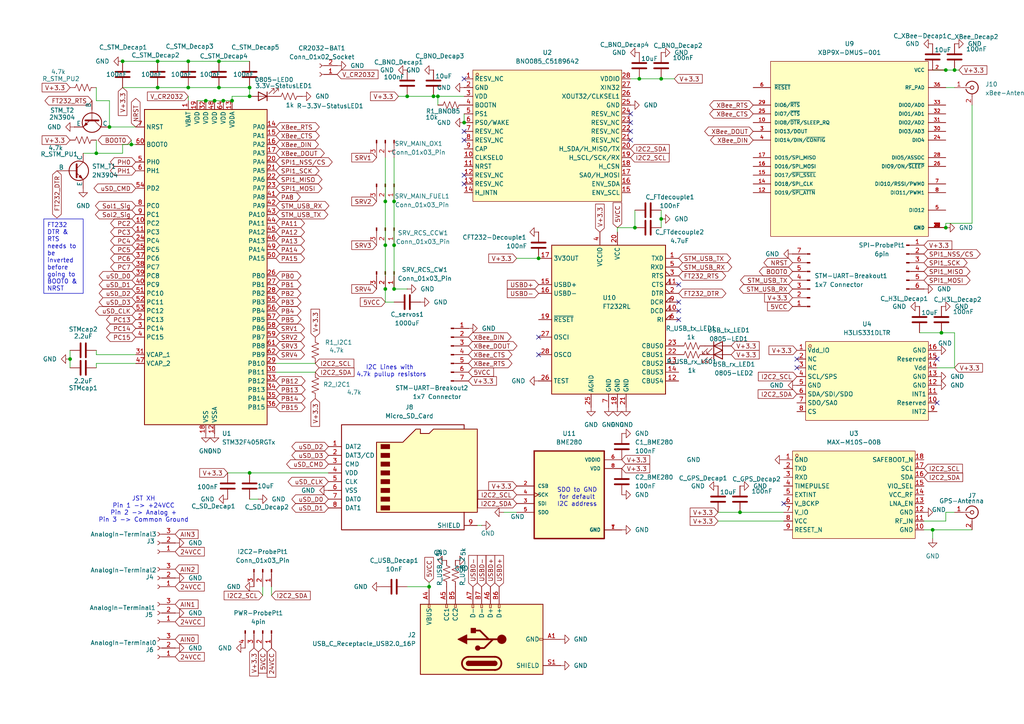
<source format=kicad_sch>
(kicad_sch (version 20250114) (generator "eeschema") (generator_version "9.0")
  (paper "A4")
  (text "I2C Lines with \n4.7k pullup resistors" (at 113.538 107.696 0) (effects (font (size 1.27 1.27))))
  (text "JST XH\nPin 1 -> +24VCC\nPin 2 -> Analog +\nPin 3 -> Common Ground" (at 41.656 147.828 0) (effects (font (size 1.27 1.27))))
  (text "SDO to GND\nfor default\nI2C address" (at 167.386 144.272 0) (effects (font (size 1.27 1.27))))
  (text_box "FT232 DTR & RTS needs to be inverted before going to BOOT0 & NRST" (at 12.7 63.5 0) (size 11.43 21.59) (margins 0.9525 0.9525 0.9525 0.9525) (effects (font (size 1.27 1.27)) (justify left top)))
  (junction (at 127 27.94))
  (junction (at 214.63 148.59))
  (junction (at 63.5 25.4))
  (junction (at 114.3 58.42))
  (junction (at 59.69 29.21))
  (junction (at 72.39 25.4))
  (junction (at 72.39 27.94))
  (junction (at 64.77 29.21))
  (junction (at 67.31 29.21))
  (junction (at 156.21 74.93))
  (junction (at 274.32 20.32))
  (junction (at 111.76 83.82))
  (junction (at 184.15 66.04))
  (junction (at 114.3 71.12))
  (junction (at 54.61 17.78))
  (junction (at 63.5 17.78))
  (junction (at 270.51 153.67))
  (junction (at 72.39 137.16))
  (junction (at 134.62 35.56))
  (junction (at 118.11 27.94))
  (junction (at 62.23 29.21))
  (junction (at 185.42 22.86))
  (junction (at 111.76 58.42))
  (junction (at 31.75 36.83))
  (junction (at 191.77 63.5))
  (junction (at 191.77 22.86))
  (junction (at 45.72 17.78))
  (junction (at 27.94 44.45))
  (junction (at 38.1 41.91))
  (junction (at 111.76 71.12))
  (junction (at 124.46 170.18))
  (junction (at 20.32 104.14))
  (junction (at 273.05 96.52))
  (junction (at 54.61 25.4))
  (junction (at 274.32 66.04))
  (junction (at 35.56 17.78))
  (junction (at 125.73 27.94))
  (junction (at 276.86 20.32))
  (junction (at 45.72 25.4))
  (junction (at 114.3 83.82))
  (no_connect (at 196.85 92.71))
  (no_connect (at 156.21 97.79))
  (no_connect (at 134.62 50.8))
  (no_connect (at 182.88 40.64))
  (no_connect (at 271.78 104.14))
  (no_connect (at 134.62 40.64))
  (no_connect (at 182.88 38.1))
  (no_connect (at 134.62 53.34))
  (no_connect (at 182.88 33.02))
  (no_connect (at 182.88 35.56))
  (no_connect (at 231.14 104.14))
  (no_connect (at 196.85 82.55))
  (no_connect (at 134.62 22.86))
  (no_connect (at 271.78 116.84))
  (no_connect (at 134.62 38.1))
  (no_connect (at 227.33 146.05))
  (no_connect (at 196.85 87.63))
  (no_connect (at 196.85 90.17))
  (no_connect (at 156.21 102.87))
  (no_connect (at 231.14 106.68))
  (wire (pts (xy 91.44 105.41) (xy 80.01 105.41)))
  (wire (pts (xy 127 27.94) (xy 127 30.48)))
  (wire (pts (xy 134.62 33.02) (xy 134.62 35.56)))
  (wire (pts (xy 35.56 17.78) (xy 45.72 17.78)))
  (wire (pts (xy 45.72 25.4) (xy 54.61 25.4)))
  (wire (pts (xy 57.15 29.21) (xy 59.69 29.21)))
  (wire (pts (xy 138.43 152.4) (xy 139.7 152.4)))
  (wire (pts (xy 266.7 96.52) (xy 273.05 96.52)))
  (wire (pts (xy 24.13 44.45) (xy 27.94 44.45)))
  (wire (pts (xy 39.37 102.87) (xy 27.94 102.87)))
  (wire (pts (xy 27.94 40.64) (xy 27.94 44.45)))
  (wire (pts (xy 38.1 41.91) (xy 39.37 41.91)))
  (wire (pts (xy 179.07 66.04) (xy 179.07 67.31)))
  (wire (pts (xy 118.11 170.18) (xy 124.46 170.18)))
  (wire (pts (xy 27.94 105.41) (xy 39.37 105.41)))
  (wire (pts (xy 115.57 27.94) (xy 118.11 27.94)))
  (wire (pts (xy 185.42 22.86) (xy 191.77 22.86)))
  (wire (pts (xy 208.28 151.13) (xy 227.33 151.13)))
  (wire (pts (xy 274.32 25.4) (xy 276.86 25.4)))
  (wire (pts (xy 114.3 58.42) (xy 114.3 71.12)))
  (wire (pts (xy 149.86 74.93) (xy 156.21 74.93)))
  (wire (pts (xy 54.61 17.78) (xy 63.5 17.78)))
  (wire (pts (xy 114.3 45.72) (xy 114.3 58.42)))
  (wire (pts (xy 114.3 87.63) (xy 111.76 87.63)))
  (wire (pts (xy 276.86 96.52) (xy 276.86 106.68)))
  (wire (pts (xy 35.56 41.91) (xy 38.1 41.91)))
  (wire (pts (xy 281.94 64.77) (xy 274.32 64.77)))
  (wire (pts (xy 59.69 29.21) (xy 62.23 29.21)))
  (wire (pts (xy 274.32 148.59) (xy 274.32 151.13)))
  (wire (pts (xy 27.94 101.6) (xy 27.94 102.87)))
  (wire (pts (xy 20.32 101.6) (xy 20.32 104.14)))
  (wire (pts (xy 111.76 71.12) (xy 111.76 83.82)))
  (wire (pts (xy 62.23 29.21) (xy 64.77 29.21)))
  (wire (pts (xy 118.11 27.94) (xy 125.73 27.94)))
  (wire (pts (xy 35.56 25.4) (xy 45.72 25.4)))
  (wire (pts (xy 191.77 63.5) (xy 191.77 66.04)))
  (wire (pts (xy 184.15 66.04) (xy 179.07 66.04)))
  (wire (pts (xy 274.32 151.13) (xy 267.97 151.13)))
  (wire (pts (xy 64.77 29.21) (xy 67.31 29.21)))
  (wire (pts (xy 273.05 96.52) (xy 276.86 96.52)))
  (wire (pts (xy 66.04 137.16) (xy 72.39 137.16)))
  (wire (pts (xy 72.39 27.94) (xy 67.31 27.94)))
  (wire (pts (xy 45.72 17.78) (xy 54.61 17.78)))
  (wire (pts (xy 35.56 44.45) (xy 35.56 41.91)))
  (wire (pts (xy 278.13 20.32) (xy 276.86 20.32)))
  (wire (pts (xy 38.1 40.64) (xy 38.1 41.91)))
  (wire (pts (xy 76.2 170.18) (xy 76.2 172.72)))
  (wire (pts (xy 72.39 137.16) (xy 95.25 137.16)))
  (wire (pts (xy 127 27.94) (xy 134.62 27.94)))
  (wire (pts (xy 27.94 44.45) (xy 35.56 44.45)))
  (wire (pts (xy 63.5 17.78) (xy 72.39 17.78)))
  (wire (pts (xy 191.77 60.96) (xy 191.77 63.5)))
  (wire (pts (xy 111.76 45.72) (xy 111.76 58.42)))
  (wire (pts (xy 146.05 148.59) (xy 149.86 148.59)))
  (wire (pts (xy 27.94 29.21) (xy 31.75 29.21)))
  (wire (pts (xy 31.75 29.21) (xy 31.75 36.83)))
  (wire (pts (xy 184.15 60.96) (xy 184.15 66.04)))
  (wire (pts (xy 125.73 27.94) (xy 127 27.94)))
  (wire (pts (xy 182.88 22.86) (xy 185.42 22.86)))
  (wire (pts (xy 78.74 170.18) (xy 78.74 172.72)))
  (wire (pts (xy 54.61 27.94) (xy 54.61 29.21)))
  (wire (pts (xy 111.76 58.42) (xy 111.76 71.12)))
  (wire (pts (xy 72.39 144.78) (xy 74.93 144.78)))
  (wire (pts (xy 114.3 71.12) (xy 114.3 83.82)))
  (wire (pts (xy 274.32 64.77) (xy 274.32 66.04)))
  (wire (pts (xy 111.76 87.63) (xy 111.76 83.82)))
  (wire (pts (xy 72.39 25.4) (xy 72.39 27.94)))
  (wire (pts (xy 276.86 106.68) (xy 271.78 106.68)))
  (wire (pts (xy 67.31 27.94) (xy 67.31 29.21)))
  (wire (pts (xy 270.51 153.67) (xy 270.51 156.21)))
  (wire (pts (xy 91.44 107.95) (xy 80.01 107.95)))
  (wire (pts (xy 39.37 36.83) (xy 31.75 36.83)))
  (wire (pts (xy 270.51 20.32) (xy 274.32 20.32)))
  (wire (pts (xy 27.94 105.41) (xy 27.94 106.68)))
  (wire (pts (xy 27.94 25.4) (xy 27.94 29.21)))
  (wire (pts (xy 118.11 83.82) (xy 114.3 83.82)))
  (wire (pts (xy 267.97 153.67) (xy 270.51 153.67)))
  (wire (pts (xy 20.32 104.14) (xy 20.32 106.68)))
  (wire (pts (xy 214.63 148.59) (xy 227.33 148.59)))
  (wire (pts (xy 63.5 25.4) (xy 72.39 25.4)))
  (wire (pts (xy 276.86 20.32) (xy 274.32 20.32)))
  (wire (pts (xy 54.61 25.4) (xy 63.5 25.4)))
  (wire (pts (xy 274.32 148.59) (xy 276.86 148.59)))
  (wire (pts (xy 124.46 168.91) (xy 124.46 170.18)))
  (wire (pts (xy 281.94 30.48) (xy 281.94 64.77)))
  (wire (pts (xy 195.58 22.86) (xy 191.77 22.86)))
  (wire (pts (xy 208.28 148.59) (xy 214.63 148.59)))
  (wire (pts (xy 270.51 153.67) (xy 281.94 153.67)))
  (global_label "BOOT0" (shape bidirectional) (at 38.1 40.64 180) (property "Intersheetrefs" "${INTERSHEET_REFS}" (effects (hide yes))))
  (global_label "5VCC" (shape input) (at 229.87 88.9 180) (property "Intersheetrefs" "${INTERSHEET_REFS}" (effects (hide yes))))
  (global_label "PC2" (shape bidirectional) (at 39.37 64.77 180) (property "Intersheetrefs" "${INTERSHEET_REFS}" (effects (hide yes))))
  (global_label "V+3.3" (shape input) (at 20.32 40.64 180) (property "Intersheetrefs" "${INTERSHEET_REFS}" (effects (hide yes))))
  (global_label "XBee_RTS" (shape bidirectional) (at 80.01 36.83 0) (property "Intersheetrefs" "${INTERSHEET_REFS}" (effects (hide yes))))
  (global_label "AIN1" (shape input) (at 50.8 175.26 0) (property "Intersheetrefs" "${INTERSHEET_REFS}" (effects (hide yes))))
  (global_label "I2C2_SCL" (shape input) (at 91.44 105.41 0) (property "Intersheetrefs" "${INTERSHEET_REFS}" (effects (hide yes))))
  (global_label "PC4" (shape bidirectional) (at 39.37 69.85 180) (property "Intersheetrefs" "${INTERSHEET_REFS}" (effects (hide yes))))
  (global_label "SRV4" (shape bidirectional) (at 80.01 102.87 0) (property "Intersheetrefs" "${INTERSHEET_REFS}" (effects (hide yes))))
  (global_label "uSD_D2" (shape bidirectional) (at 39.37 85.09 180) (property "Intersheetrefs" "${INTERSHEET_REFS}" (effects (hide yes))))
  (global_label "PA13" (shape bidirectional) (at 80.01 69.85 0) (property "Intersheetrefs" "${INTERSHEET_REFS}" (effects (hide yes))))
  (global_label "FT232_DTR" (shape bidirectional) (at 196.85 85.09 0) (property "Intersheetrefs" "${INTERSHEET_REFS}" (effects (hide yes))))
  (global_label "XBee_DOUT" (shape bidirectional) (at 135.89 100.33 0) (property "Intersheetrefs" "${INTERSHEET_REFS}" (effects (hide yes))))
  (global_label "USBD+" (shape input) (at 142.24 170.18 90) (property "Intersheetrefs" "${INTERSHEET_REFS}" (effects (hide yes))))
  (global_label "PC5" (shape bidirectional) (at 39.37 72.39 180) (property "Intersheetrefs" "${INTERSHEET_REFS}" (effects (hide yes))))
  (global_label "V+3.3" (shape input) (at 267.97 71.12 0) (property "Intersheetrefs" "${INTERSHEET_REFS}" (effects (hide yes))))
  (global_label "V+3.3" (shape input) (at 91.44 97.79 90) (property "Intersheetrefs" "${INTERSHEET_REFS}" (effects (hide yes))))
  (global_label "STM_USB_TX" (shape bidirectional) (at 80.01 62.23 0) (property "Intersheetrefs" "${INTERSHEET_REFS}" (effects (hide yes))))
  (global_label "uSD_CLK" (shape bidirectional) (at 95.25 139.7 180) (property "Intersheetrefs" "${INTERSHEET_REFS}" (effects (hide yes))))
  (global_label "V+3.3" (shape input) (at 180.34 133.35 0) (property "Intersheetrefs" "${INTERSHEET_REFS}" (effects (hide yes))))
  (global_label "STM_USB_RX" (shape bidirectional) (at 80.01 59.69 0) (property "Intersheetrefs" "${INTERSHEET_REFS}" (effects (hide yes))))
  (global_label "PB3" (shape bidirectional) (at 80.01 87.63 0) (property "Intersheetrefs" "${INTERSHEET_REFS}" (effects (hide yes))))
  (global_label "V+3.3" (shape input) (at 73.66 187.96 270) (property "Intersheetrefs" "${INTERSHEET_REFS}" (effects (hide yes))))
  (global_label "NRST" (shape bidirectional) (at 229.87 76.2 180) (property "Intersheetrefs" "${INTERSHEET_REFS}" (effects (hide yes))))
  (global_label "uSD_CMD" (shape bidirectional) (at 39.37 54.61 180) (property "Intersheetrefs" "${INTERSHEET_REFS}" (effects (hide yes))))
  (global_label "V+3.3" (shape input) (at 35.56 25.4 270) (property "Intersheetrefs" "${INTERSHEET_REFS}" (effects (hide yes))))
  (global_label "PB0" (shape bidirectional) (at 80.01 80.01 0) (property "Intersheetrefs" "${INTERSHEET_REFS}" (effects (hide yes))))
  (global_label "SRV2" (shape input) (at 109.22 58.42 180) (property "Intersheetrefs" "${INTERSHEET_REFS}" (effects (hide yes))))
  (global_label "24VCC" (shape input) (at 50.8 190.5 0) (property "Intersheetrefs" "${INTERSHEET_REFS}" (effects (hide yes))))
  (global_label "V+3.3" (shape input) (at 115.57 27.94 180) (property "Intersheetrefs" "${INTERSHEET_REFS}" (effects (hide yes))))
  (global_label "PC7" (shape bidirectional) (at 39.37 77.47 180) (property "Intersheetrefs" "${INTERSHEET_REFS}" (effects (hide yes))))
  (global_label "SPI1_SCK" (shape bidirectional) (at 267.97 76.2 0) (property "Intersheetrefs" "${INTERSHEET_REFS}" (effects (hide yes))))
  (global_label "PC6" (shape bidirectional) (at 39.37 74.93 180) (property "Intersheetrefs" "${INTERSHEET_REFS}" (effects (hide yes))))
  (global_label "5VCC" (shape input) (at 124.46 168.91 90) (property "Intersheetrefs" "${INTERSHEET_REFS}" (effects (hide yes))))
  (global_label "PB5" (shape bidirectional) (at 80.01 92.71 0) (property "Intersheetrefs" "${INTERSHEET_REFS}" (effects (hide yes))))
  (global_label "USBD-" (shape input) (at 137.16 170.18 90) (property "Intersheetrefs" "${INTERSHEET_REFS}" (effects (hide yes))))
  (global_label "V+3.3" (shape input) (at 135.89 110.49 0) (property "Intersheetrefs" "${INTERSHEET_REFS}" (effects (hide yes))))
  (global_label "SPI1_NSS{slash}CS" (shape bidirectional) (at 267.97 73.66 0) (property "Intersheetrefs" "${INTERSHEET_REFS}" (effects (hide yes))))
  (global_label "V+3.3" (shape input) (at 208.28 151.13 180) (property "Intersheetrefs" "${INTERSHEET_REFS}" (effects (hide yes))))
  (global_label "V+3.3" (shape input) (at 212.09 102.87 0) (property "Intersheetrefs" "${INTERSHEET_REFS}" (effects (hide yes))))
  (global_label "STM_USB_RX" (shape bidirectional) (at 196.85 77.47 0) (property "Intersheetrefs" "${INTERSHEET_REFS}" (effects (hide yes))))
  (global_label "PB4" (shape bidirectional) (at 80.01 90.17 0) (property "Intersheetrefs" "${INTERSHEET_REFS}" (effects (hide yes))))
  (global_label "24VCC" (shape input) (at 50.8 160.02 0) (property "Intersheetrefs" "${INTERSHEET_REFS}" (effects (hide yes))))
  (global_label "I2C2_SDA" (shape input) (at 78.74 172.72 0) (property "Intersheetrefs" "${INTERSHEET_REFS}" (effects (hide yes))))
  (global_label "SRV1" (shape input) (at 109.22 45.72 180) (property "Intersheetrefs" "${INTERSHEET_REFS}" (effects (hide yes))))
  (global_label "V+3.3" (shape input) (at 173.99 67.31 90) (property "Intersheetrefs" "${INTERSHEET_REFS}" (effects (hide yes))))
  (global_label "uSD_D0" (shape bidirectional) (at 39.37 80.01 180) (property "Intersheetrefs" "${INTERSHEET_REFS}" (effects (hide yes))))
  (global_label "uSD_CLK" (shape bidirectional) (at 39.37 90.17 180) (property "Intersheetrefs" "${INTERSHEET_REFS}" (effects (hide yes))))
  (global_label "V+3.3" (shape input) (at 149.86 74.93 180) (property "Intersheetrefs" "${INTERSHEET_REFS}" (effects (hide yes))))
  (global_label "24VCC" (shape input) (at 50.8 170.18 0) (property "Intersheetrefs" "${INTERSHEET_REFS}" (effects (hide yes))))
  (global_label "V+3.3" (shape input) (at 276.86 106.68 0) (property "Intersheetrefs" "${INTERSHEET_REFS}" (effects (hide yes))))
  (global_label "I2C2_SCL" (shape input) (at 76.2 172.72 180) (property "Intersheetrefs" "${INTERSHEET_REFS}" (effects (hide yes))))
  (global_label "SRV3" (shape bidirectional) (at 80.01 100.33 0) (property "Intersheetrefs" "${INTERSHEET_REFS}" (effects (hide yes))))
  (global_label "PH0" (shape bidirectional) (at 39.37 46.99 180) (property "Intersheetrefs" "${INTERSHEET_REFS}" (effects (hide yes))))
  (global_label "uSD_D2" (shape bidirectional) (at 95.25 129.54 180) (property "Intersheetrefs" "${INTERSHEET_REFS}" (effects (hide yes))))
  (global_label "I2C2_SCL" (shape input) (at 231.14 109.22 180) (property "Intersheetrefs" "${INTERSHEET_REFS}" (effects (hide yes))))
  (global_label "I2C2_SCL" (shape input) (at 182.88 45.72 0) (property "Intersheetrefs" "${INTERSHEET_REFS}" (effects (hide yes))))
  (global_label "SRV1" (shape bidirectional) (at 80.01 95.25 0) (property "Intersheetrefs" "${INTERSHEET_REFS}" (effects (hide yes))))
  (global_label "I2C2_SCL" (shape input) (at 267.97 135.89 0) (property "Intersheetrefs" "${INTERSHEET_REFS}" (effects (hide yes))))
  (global_label "FT232_RTS" (shape bidirectional) (at 196.85 80.01 0) (property "Intersheetrefs" "${INTERSHEET_REFS}" (effects (hide yes))))
  (global_label "PA15" (shape bidirectional) (at 80.01 74.93 0) (property "Intersheetrefs" "${INTERSHEET_REFS}" (effects (hide yes))))
  (global_label "XBee_RTS" (shape bidirectional) (at 135.89 105.41 0) (property "Intersheetrefs" "${INTERSHEET_REFS}" (effects (hide yes))))
  (global_label "STM_USB_TX" (shape bidirectional) (at 229.87 81.28 180) (property "Intersheetrefs" "${INTERSHEET_REFS}" (effects (hide yes))))
  (global_label "STM_USB_RX" (shape bidirectional) (at 229.87 83.82 180) (property "Intersheetrefs" "${INTERSHEET_REFS}" (effects (hide yes))))
  (global_label "Sol1_Sig" (shape bidirectional) (at 39.37 59.69 180) (property "Intersheetrefs" "${INTERSHEET_REFS}" (effects (hide yes))))
  (global_label "V+3.3" (shape input) (at 180.34 135.89 0) (property "Intersheetrefs" "${INTERSHEET_REFS}" (effects (hide yes))))
  (global_label "I2C2_SCL" (shape input) (at 149.86 143.51 180) (property "Intersheetrefs" "${INTERSHEET_REFS}" (effects (hide yes))))
  (global_label "PB15" (shape bidirectional) (at 80.01 118.11 0) (property "Intersheetrefs" "${INTERSHEET_REFS}" (effects (hide yes))))
  (global_label "XBee_CTS" (shape bidirectional) (at 135.89 102.87 0) (property "Intersheetrefs" "${INTERSHEET_REFS}" (effects (hide yes))))
  (global_label "I2C2_SDA" (shape input) (at 267.97 138.43 0) (property "Intersheetrefs" "${INTERSHEET_REFS}" (effects (hide yes))))
  (global_label "V+3.3" (shape input) (at 231.14 101.6 180) (property "Intersheetrefs" "${INTERSHEET_REFS}" (effects (hide yes))))
  (global_label "XBee_CTS" (shape bidirectional) (at 218.44 33.02 180) (property "Intersheetrefs" "${INTERSHEET_REFS}" (effects (hide yes))))
  (global_label "5VCC" (shape input) (at 76.2 187.96 270) (property "Intersheetrefs" "${INTERSHEET_REFS}" (effects (hide yes))))
  (global_label "V+3.3" (shape input) (at 195.58 22.86 0) (property "Intersheetrefs" "${INTERSHEET_REFS}" (effects (hide yes))))
  (global_label "USBD+" (shape input) (at 144.78 170.18 90) (property "Intersheetrefs" "${INTERSHEET_REFS}" (effects (hide yes))))
  (global_label "AIN3" (shape input) (at 50.8 154.94 0) (property "Intersheetrefs" "${INTERSHEET_REFS}" (effects (hide yes))))
  (global_label "V+3.3" (shape input) (at 91.44 115.57 270) (property "Intersheetrefs" "${INTERSHEET_REFS}" (effects (hide yes))))
  (global_label "PB12" (shape bidirectional) (at 80.01 110.49 0) (property "Intersheetrefs" "${INTERSHEET_REFS}" (effects (hide yes))))
  (global_label "V+3.3" (shape input) (at 208.28 148.59 180) (property "Intersheetrefs" "${INTERSHEET_REFS}" (effects (hide yes))))
  (global_label "PB2" (shape bidirectional) (at 80.01 85.09 0) (property "Intersheetrefs" "${INTERSHEET_REFS}" (effects (hide yes))))
  (global_label "SPI1_MISO" (shape bidirectional) (at 80.01 52.07 0) (property "Intersheetrefs" "${INTERSHEET_REFS}" (effects (hide yes))))
  (global_label "XBee_DOUT" (shape bidirectional) (at 80.01 44.45 0) (property "Intersheetrefs" "${INTERSHEET_REFS}" (effects (hide yes))))
  (global_label "24VCC" (shape input) (at 50.8 180.34 0) (property "Intersheetrefs" "${INTERSHEET_REFS}" (effects (hide yes))))
  (global_label "I2C2_SDA" (shape input) (at 231.14 114.3 180) (property "Intersheetrefs" "${INTERSHEET_REFS}" (effects (hide yes))))
  (global_label "PB1" (shape bidirectional) (at 80.01 82.55 0) (property "Intersheetrefs" "${INTERSHEET_REFS}" (effects (hide yes))))
  (global_label "PA11" (shape bidirectional) (at 80.01 64.77 0) (property "Intersheetrefs" "${INTERSHEET_REFS}" (effects (hide yes))))
  (global_label "V+3.3" (shape input) (at 66.04 137.16 180) (property "Intersheetrefs" "${INTERSHEET_REFS}" (effects (hide yes))))
  (global_label "V_CR2032" (shape input) (at 54.61 27.94 180) (property "Intersheetrefs" "${INTERSHEET_REFS}" (effects (hide yes))))
  (global_label "uSD_D1" (shape bidirectional) (at 39.37 82.55 180) (property "Intersheetrefs" "${INTERSHEET_REFS}" (effects (hide yes))))
  (global_label "SPI1_MOSI" (shape bidirectional) (at 267.97 81.28 0) (property "Intersheetrefs" "${INTERSHEET_REFS}" (effects (hide yes))))
  (global_label "NRST" (shape bidirectional) (at 39.37 36.83 90) (property "Intersheetrefs" "${INTERSHEET_REFS}" (effects (hide yes))))
  (global_label "XBee_DIN" (shape bidirectional) (at 218.44 40.64 180) (property "Intersheetrefs" "${INTERSHEET_REFS}" (effects (hide yes))))
  (global_label "PA14" (shape bidirectional) (at 80.01 72.39 0) (property "Intersheetrefs" "${INTERSHEET_REFS}" (effects (hide yes))))
  (global_label "STM_USB_TX" (shape bidirectional) (at 196.85 74.93 0) (property "Intersheetrefs" "${INTERSHEET_REFS}" (effects (hide yes))))
  (global_label "uSD_CMD" (shape bidirectional) (at 95.25 134.62 180) (property "Intersheetrefs" "${INTERSHEET_REFS}" (effects (hide yes))))
  (global_label "I2C2_SDA" (shape input) (at 182.88 43.18 0) (property "Intersheetrefs" "${INTERSHEET_REFS}" (effects (hide yes))))
  (global_label "SPI1_MISO" (shape bidirectional) (at 267.97 78.74 0) (property "Intersheetrefs" "${INTERSHEET_REFS}" (effects (hide yes))))
  (global_label "SPI1_SCK" (shape bidirectional) (at 80.01 49.53 0) (property "Intersheetrefs" "${INTERSHEET_REFS}" (effects (hide yes))))
  (global_label "V_CR2032" (shape input) (at 97.79 21.59 0) (property "Intersheetrefs" "${INTERSHEET_REFS}" (effects (hide yes))))
  (global_label "BOOT0" (shape bidirectional) (at 229.87 78.74 180) (property "Intersheetrefs" "${INTERSHEET_REFS}" (effects (hide yes))))
  (global_label "5VCC" (shape input) (at 179.07 66.04 90) (property "Intersheetrefs" "${INTERSHEET_REFS}" (effects (hide yes))))
  (global_label "SPI1_MOSI" (shape bidirectional) (at 80.01 54.61 0) (property "Intersheetrefs" "${INTERSHEET_REFS}" (effects (hide yes))))
  (global_label "PC15" (shape bidirectional) (at 39.37 97.79 180) (property "Intersheetrefs" "${INTERSHEET_REFS}" (effects (hide yes))))
  (global_label "AIN0" (shape input) (at 50.8 185.42 0) (property "Intersheetrefs" "${INTERSHEET_REFS}" (effects (hide yes))))
  (global_label "FT232_DTR" (shape bidirectional) (at 16.51 49.53 270) (property "Intersheetrefs" "${INTERSHEET_REFS}" (effects (hide yes))))
  (global_label "V+3.3" (shape input) (at 149.86 140.97 180) (property "Intersheetrefs" "${INTERSHEET_REFS}" (effects (hide yes))))
  (global_label "I2C2_SDA" (shape input) (at 149.86 146.05 180) (property "Intersheetrefs" "${INTERSHEET_REFS}" (effects (hide yes))))
  (global_label "PB13" (shape bidirectional) (at 80.01 113.03 0) (property "Intersheetrefs" "${INTERSHEET_REFS}" (effects (hide yes))))
  (global_label "V+3.3" (shape input) (at 229.87 86.36 180) (property "Intersheetrefs" "${INTERSHEET_REFS}" (effects (hide yes))))
  (global_label "uSD_D3" (shape bidirectional) (at 39.37 87.63 180) (property "Intersheetrefs" "${INTERSHEET_REFS}" (effects (hide yes))))
  (global_label "USBD-" (shape input) (at 156.21 85.09 180) (property "Intersheetrefs" "${INTERSHEET_REFS}" (effects (hide yes))))
  (global_label "USBD+" (shape input) (at 156.21 82.55 180) (property "Intersheetrefs" "${INTERSHEET_REFS}" (effects (hide yes))))
  (global_label "5VCC" (shape input) (at 135.89 107.95 0) (property "Intersheetrefs" "${INTERSHEET_REFS}" (effects (hide yes))))
  (global_label "FT232_RTS" (shape bidirectional) (at 26.67 29.21 180) (property "Intersheetrefs" "${INTERSHEET_REFS}" (effects (hide yes))))
  (global_label "V+3.3" (shape input) (at 20.32 25.4 180) (property "Intersheetrefs" "${INTERSHEET_REFS}" (effects (hide yes))))
  (global_label "PC13" (shape bidirectional) (at 39.37 92.71 180) (property "Intersheetrefs" "${INTERSHEET_REFS}" (effects (hide yes))))
  (global_label "V+3.3" (shape input) (at 212.09 100.33 0) (property "Intersheetrefs" "${INTERSHEET_REFS}" (effects (hide yes))))
  (global_label "5VCC" (shape input) (at 111.76 87.63 180) (property "Intersheetrefs" "${INTERSHEET_REFS}" (effects (hide yes))))
  (global_label "24VCC" (shape input) (at 78.74 187.96 270) (property "Intersheetrefs" "${INTERSHEET_REFS}" (effects (hide yes))))
  (global_label "uSD_D0" (shape bidirectional) (at 95.25 144.78 180) (property "Intersheetrefs" "${INTERSHEET_REFS}" (effects (hide yes))))
  (global_label "XBee_DIN" (shape bidirectional) (at 135.89 97.79 0) (property "Intersheetrefs" "${INTERSHEET_REFS}" (effects (hide yes))))
  (global_label "uSD_D3" (shape bidirectional) (at 95.25 132.08 180) (property "Intersheetrefs" "${INTERSHEET_REFS}" (effects (hide yes))))
  (global_label "XBee_RTS" (shape bidirectional) (at 218.44 30.48 180) (property "Intersheetrefs" "${INTERSHEET_REFS}" (effects (hide yes))))
  (global_label "XBee_CTS" (shape bidirectional) (at 80.01 39.37 0) (property "Intersheetrefs" "${INTERSHEET_REFS}" (effects (hide yes))))
  (global_label "SRV4" (shape input) (at 109.22 83.82 180) (property "Intersheetrefs" "${INTERSHEET_REFS}" (effects (hide yes))))
  (global_label "USBD-" (shape input) (at 139.7 170.18 90) (property "Intersheetrefs" "${INTERSHEET_REFS}" (effects (hide yes))))
  (global_label "SRV3" (shape input) (at 109.22 71.12 180) (property "Intersheetrefs" "${INTERSHEET_REFS}" (effects (hide yes))))
  (global_label "PA12" (shape bidirectional) (at 80.01 67.31 0) (property "Intersheetrefs" "${INTERSHEET_REFS}" (effects (hide yes))))
  (global_label "SRV2" (shape bidirectional) (at 80.01 97.79 0) (property "Intersheetrefs" "${INTERSHEET_REFS}" (effects (hide yes))))
  (global_label "PH1" (shape bidirectional) (at 39.37 49.53 180) (property "Intersheetrefs" "${INTERSHEET_REFS}" (effects (hide yes))))
  (global_label "XBee_DIN" (shape bidirectional) (at 80.01 41.91 0) (property "Intersheetrefs" "${INTERSHEET_REFS}" (effects (hide yes))))
  (global_label "PA8" (shape bidirectional) (at 80.01 57.15 0) (property "Intersheetrefs" "${INTERSHEET_REFS}" (effects (hide yes))))
  (global_label "V+3.3" (shape input) (at 278.13 20.32 0) (property "Intersheetrefs" "${INTERSHEET_REFS}" (effects (hide yes))))
  (global_label "I2C2_SDA" (shape input) (at 91.44 107.95 0) (property "Intersheetrefs" "${INTERSHEET_REFS}" (effects (hide yes))))
  (global_label "Sol2_Sig" (shape bidirectional) (at 39.37 62.23 180) (property "Intersheetrefs" "${INTERSHEET_REFS}" (effects (hide yes))))
  (global_label "SPI1_NSS{slash}CS" (shape bidirectional) (at 80.01 46.99 0) (property "Intersheetrefs" "${INTERSHEET_REFS}" (effects (hide yes))))
  (global_label "AIN2" (shape input) (at 50.8 165.1 0) (property "Intersheetrefs" "${INTERSHEET_REFS}" (effects (hide yes))))
  (global_label "PB14" (shape bidirectional) (at 80.01 115.57 0) (property "Intersheetrefs" "${INTERSHEET_REFS}" (effects (hide yes))))
  (global_label "PC14" (shape bidirectional) (at 39.37 95.25 180) (property "Intersheetrefs" "${INTERSHEET_REFS}" (effects (hide yes))))
  (global_label "PC3" (shape bidirectional) (at 39.37 67.31 180) (property "Intersheetrefs" "${INTERSHEET_REFS}" (effects (hide yes))))
  (global_label "XBee_DOUT" (shape bidirectional) (at 218.44 38.1 180) (property "Intersheetrefs" "${INTERSHEET_REFS}" (effects (hide yes))))
  (global_label "uSD_D1" (shape bidirectional) (at 95.25 147.32 180) (property "Intersheetrefs" "${INTERSHEET_REFS}" (effects (hide yes))))
  (symbol (lib_id "power:GND") (at 180.34 143.51 90) (unit 1)
    (property "Reference" "#PWR049" (effects (hide yes)))
    (property "Value" "GND" (at 184.15 143.5099 90) (effects (justify right)))
    (property "Description" "Power symbol creates a global label with name \"GND\" , ground" (effects (hide yes)))
  )
  (symbol (lib_id "Device:C") (at 214.63 144.78 0) (unit 1)
    (property "Reference" "C_GPS_Decap2" (at 212.344 138.938 0) (effects (justify left)))
    (property "Value" "100nF" (at 217.932 142.494 0) (effects (justify left)))
    (property "Footprint" "Capacitor_SMD:C_0603_1608Metric_Pad1.08x0.95mm_HandSolder" (effects (hide yes)))
    (property "Description" "Unpolarized capacitor" (effects (hide yes)))
  )
  (symbol (lib_id "Device:C") (at 72.39 140.97 180) (unit 1)
    (property "Reference" "C_SD_Decap2" (at 83.82 147.066 0) (effects (justify left)))
    (property "Value" "10uF" (at 79.502 140.97 0) (effects (justify left)))
    (property "Footprint" "Capacitor_SMD:C_0603_1608Metric_Pad1.08x0.95mm_HandSolder" (effects (hide yes)))
    (property "Description" "Unpolarized capacitor" (effects (hide yes)))
  )
  (symbol (lib_id "power:GND") (at 182.88 30.48 90) (unit 1)
    (property "Reference" "#PWR016" (effects (hide yes)))
    (property "Value" "GND" (at 186.69 30.4799 90) (effects (justify right)))
    (property "Description" "Power symbol creates a global label with name \"GND\" , ground" (effects (hide yes)))
  )
  (symbol (lib_id "power:GND") (at 273.05 88.9 90) (unit 1)
    (property "Reference" "#PWR060" (effects (hide yes)))
    (property "Value" "GND" (at 276.86 88.8999 90) (effects (justify right)))
    (property "Description" "Power symbol creates a global label with name \"GND\" , ground" (effects (hide yes)))
  )
  (symbol (lib_id "power:GND") (at 87.63 27.94 90) (unit 1)
    (property "Reference" "#PWR043" (effects (hide yes)))
    (property "Value" "GND" (at 91.44 27.9399 90) (effects (justify right)))
    (property "Description" "Power symbol creates a global label with name \"GND\" , ground" (effects (hide yes)))
  )
  (symbol (lib_id "power:GND") (at 274.32 66.04 90) (unit 1)
    (property "Reference" "#PWR028" (effects (hide yes)))
    (property "Value" "GND" (at 278.13 66.0399 90) (effects (justify right)))
    (property "Description" "Power symbol creates a global label with name \"GND\" , ground" (effects (hide yes)))
  )
  (symbol (lib_id "Device:C") (at 187.96 60.96 90) (unit 1)
    (property "Reference" "C_FTdecouple1" (at 194.31 57.15 90))
    (property "Value" "100nF" (at 194.31 59.69 90))
    (property "Footprint" "Capacitor_SMD:C_0805_2012Metric_Pad1.18x1.45mm_HandSolder" (effects (hide yes)))
    (property "Description" "Unpolarized capacitor" (effects (hide yes)))
  )
  (symbol (lib_id "Device:C") (at 66.04 140.97 180) (unit 1)
    (property "Reference" "C_SD_Decap1" (at 68.326 146.812 0) (effects (justify left)))
    (property "Value" "100nF" (at 63.246 141.224 0) (effects (justify left)))
    (property "Footprint" "Capacitor_SMD:C_0603_1608Metric_Pad1.08x0.95mm_HandSolder" (effects (hide yes)))
    (property "Description" "Unpolarized capacitor" (effects (hide yes)))
  )
  (symbol (lib_id "Device:C") (at 35.56 21.59 0) (unit 1)
    (property "Reference" "C_STM_Decap1" (at 28.702 13.716 0) (effects (justify left)))
    (property "Value" "100nF" (at 30.734 21.59 0) (effects (justify left)))
    (property "Footprint" "Capacitor_SMD:C_0603_1608Metric_Pad1.08x0.95mm_HandSolder" (effects (hide yes)))
    (property "Description" "Unpolarized capacitor" (effects (hide yes)))
  )
  (symbol (lib_id "Connector:Conn_Coaxial") (at 281.94 148.59 0) (unit 1)
    (property "Reference" "J7" (at 281.94 143.764 0))
    (property "Value" "GPS-Antenna" (at 278.892 145.288 0))
    (property "Footprint" "Connector_Coaxial:SMA_Amphenol_901-144_Vertical" (effects (hide yes)))
    (property "Description" "coaxial connector (BNC, SMA, SMB, SMC, Cinch/RCA, LEMO, ...)" (effects (hide yes)))
    (property "MF" "Molex" (effects (hide yes)))
    (property "MAXIMUM_PACKAGE_HEIGHT" "9.655mm" (effects (hide yes)))
    (property "Package" "None" (effects (hide yes)))
    (property "Price" "None" (effects (hide yes)))
    (property "Check_prices" "https://www.snapeda.com/parts/732511350/Molex/view-part/?ref=eda" (effects (hide yes)))
    (property "STANDARD" "Manufacturer Recommendations" (effects (hide yes)))
    (property "PARTREV" "C4" (effects (hide yes)))
    (property "SnapEDA_Link" "https://www.snapeda.com/parts/732511350/Molex/view-part/?ref=snap" (effects (hide yes)))
    (property "MP" "732511350" (effects (hide yes)))
    (property "Description_1" "SMA Connector Jack, Female Socket 50 Ohms Surface Mount Solder" (effects (hide yes)))
    (property "Availability" "In Stock" (effects (hide yes)))
    (property "MANUFACTURER" "Molex" (effects (hide yes)))
  )
  (symbol (lib_id "Device:C") (at 180.34 129.54 0) (unit 1)
    (property "Reference" "C1_BME280" (at 184.15 128.2699 0) (effects (justify left)))
    (property "Value" "100nF" (at 184.15 130.8099 0) (effects (justify left)))
    (property "Footprint" "Capacitor_SMD:C_0805_2012Metric_Pad1.18x1.45mm_HandSolder" (effects (hide yes)))
    (property "Description" "Unpolarized capacitor" (effects (hide yes)))
  )
  (symbol (lib_id "power:GND") (at 62.23 125.73 0) (unit 1)
    (property "Reference" "#PWR06" (effects (hide yes)))
    (property "Value" "GND" (at 62.23 130.81 0))
    (property "Description" "Power symbol creates a global label with name \"GND\" , ground" (effects (hide yes)))
  )
  (symbol (lib_id "BME280:BME280") (at 165.1 143.51 0) (unit 1)
    (property "Reference" "U11" (at 165.1 125.73 0))
    (property "Value" "BME280" (at 165.1 128.27 0))
    (property "Footprint" "BME280:PSON65P250X250X100-8N" (effects (hide yes)))
    (property "MF" "Bosch" (effects (hide yes)))
    (property "DESCRIPTION" "Integrated pressure, humidity and temperature sensor; 8-pin 2.5x2.5x0.93mm LGA" (effects (hide yes)))
    (property "PACKAGE" "LGA-8 Bosch" (effects (hide yes)))
    (property "PRICE" "4.94 USD" (effects (hide yes)))
    (property "Package" "LGA-8 Bosch" (effects (hide yes)))
    (property "Check_prices" "https://www.snapeda.com/parts/BME280/Bosch/view-part/?ref=eda" (effects (hide yes)))
    (property "STANDARD" "IPC-7351B" (effects (hide yes)))
    (property "SnapEDA_Link" "https://www.snapeda.com/parts/BME280/Bosch/view-part/?ref=snap" (effects (hide yes)))
    (property "MP" "BME280" (effects (hide yes)))
    (property "Price" "None" (effects (hide yes)))
    (property "Availability" "In Stock" (effects (hide yes)))
    (property "AVAILABILITY" "Good" (effects (hide yes)))
    (property "Description_1" "Board Mount Humidity Sensors MEMS humidity, pressure and temperature sensor" (effects (hide yes)))
  )
  (symbol (lib_id "Connector:Conn_01x03_Pin") (at 111.76 78.74 270) (unit 1)
    (property "Reference" "SRV_RCS_CW1" (at 123.19 78.232 90))
    (property "Value" "Conn_01x03_Pin" (at 123.19 80.772 90))
    (property "Footprint" "Connector_PinHeader_2.54mm:PinHeader_1x03_P2.54mm_Vertical" (effects (hide yes)))
    (property "Description" "Generic connector, single row, 01x03, script generated" (effects (hide yes)))
  )
  (symbol (lib_id "Connector:Conn_01x03_Socket") (at 45.72 167.64 180) (unit 1)
    (property "Reference" "J4" (at 43.434 167.386 0))
    (property "Value" "AnalogIn-Terminal2" (at 35.814 165.354 0))
    (property "Footprint" "Connector_JST:JST_XH_B3B-XH-AM_1x03_P2.50mm_Vertical" (effects (hide yes)))
    (property "Description" "Generic connector, single row, 01x03, script generated" (effects (hide yes)))
  )
  (symbol (lib_id "power:GND") (at 266.7 88.9 270) (unit 1)
    (property "Reference" "#PWR059" (effects (hide yes)))
    (property "Value" "GND" (at 262.89 88.8999 90) (effects (justify right)))
    (property "Description" "Power symbol creates a global label with name \"GND\" , ground" (effects (hide yes)))
  )
  (symbol (lib_id "power:GND") (at 271.78 111.76 90) (unit 1)
    (property "Reference" "#PWR018" (effects (hide yes)))
    (property "Value" "GND" (at 275.59 111.7599 90) (effects (justify right)))
    (property "Description" "Power symbol creates a global label with name \"GND\" , ground" (effects (hide yes)))
  )
  (symbol (lib_id "Device:C") (at 273.05 92.71 0) (unit 1)
    (property "Reference" "C_H3L_Decap2" (at 270.764 86.868 0) (effects (justify left)))
    (property "Value" "100nF" (at 276.352 90.424 0) (effects (justify left)))
    (property "Footprint" "Capacitor_SMD:C_0603_1608Metric_Pad1.08x0.95mm_HandSolder" (effects (hide yes)))
    (property "Description" "Unpolarized capacitor" (effects (hide yes)))
  )
  (symbol (lib_id "power:GND") (at 176.53 118.11 0) (unit 1)
    (property "Reference" "#PWR039" (effects (hide yes)))
    (property "Value" "GND" (at 176.53 123.19 0))
    (property "Description" "Power symbol creates a global label with name \"GND\" , ground" (effects (hide yes)))
  )
  (symbol (lib_id "Device:R_US") (at 83.82 27.94 270) (unit 1)
    (property "Reference" "R-3.3V-StatusLED1" (at 95.758 30.734 90))
    (property "Value" "1k" (at 84.074 30.48 90))
    (property "Footprint" "LED_SMD:LED_0805_2012Metric_Pad1.15x1.40mm_HandSolder" (effects (hide yes)))
    (property "Description" "Resistor, US symbol" (effects (hide yes)))
  )
  (symbol (lib_id "Device:C") (at 118.11 24.13 0) (unit 1)
    (property "Reference" "C_BNO_Decap1" (at 108.458 18.034 0) (effects (justify left)))
    (property "Value" "100nF" (at 111.252 22.352 0) (effects (justify left)))
    (property "Footprint" "Capacitor_SMD:C_0603_1608Metric_Pad1.08x0.95mm_HandSolder" (effects (hide yes)))
    (property "Description" "Unpolarized capacitor" (effects (hide yes)))
  )
  (symbol (lib_id "Device:LED") (at 208.28 100.33 0) (unit 1)
    (property "Reference" "USB_tx_LED1" (at 211.328 95.758 0))
    (property "Value" "0805-LED1" (at 211.328 98.298 0))
    (property "Footprint" "LED_SMD:LED_0805_2012Metric_Pad1.15x1.40mm_HandSolder" (effects (hide yes)))
    (property "Description" "Light emitting diode" (effects (hide yes)))
    (property "Sim.Pins" "1=K 2=A" (effects (hide yes)))
  )
  (symbol (lib_id "power:GND") (at 227.33 133.35 270) (unit 1)
    (property "Reference" "#PWR020" (effects (hide yes)))
    (property "Value" "GND" (at 203.2 133.3499 90) (effects (justify right)))
    (property "Description" "Power symbol creates a global label with name \"GND\" , ground" (effects (hide yes)))
  )
  (symbol (lib_id "Device:R_US") (at 200.66 102.87 90) (unit 1)
    (property "Reference" "R_USB_rx_LED1" (at 200.66 104.902 90))
    (property "Value" "1k" (at 200.66 107.442 90))
    (property "Footprint" "Resistor_SMD:R_0805_2012Metric_Pad1.20x1.40mm_HandSolder" (effects (hide yes)))
    (property "Description" "Resistor, US symbol" (effects (hide yes)))
  )
  (symbol (lib_id "Device:C") (at 114.3 170.18 90) (unit 1)
    (property "Reference" "C_USB_Decap1" (at 114.3 162.56 90))
    (property "Value" "10nF" (at 114.3 165.1 90))
    (property "Footprint" "Capacitor_SMD:C_0805_2012Metric_Pad1.18x1.45mm_HandSolder" (effects (hide yes)))
    (property "Description" "Unpolarized capacitor" (effects (hide yes)))
  )
  (symbol (lib_id "Interface_USB:FT232RL") (at 176.53 92.71 0) (unit 1)
    (property "Reference" "U10" (at 174.752 86.36 0) (effects (justify left)))
    (property "Value" "FT232RL" (at 174.752 88.9 0) (effects (justify left)))
    (property "Footprint" "Package_SO:SSOP-28_5.3x10.2mm_P0.65mm" (effects (hide yes)))
    (property "Datasheet" "https://www.ftdichip.com/Support/Documents/DataSheets/ICs/DS_FT232R.pdf" (effects (hide yes)))
    (property "Description" "USB to Serial Interface, SSOP-28" (effects (hide yes)))
  )
  (symbol (lib_id "Device:C") (at 180.34 139.7 0) (unit 1)
    (property "Reference" "C2_BME280" (at 184.15 138.4299 0) (effects (justify left)))
    (property "Value" "100nF" (at 184.15 140.9699 0) (effects (justify left)))
    (property "Footprint" "Capacitor_SMD:C_0805_2012Metric_Pad1.18x1.45mm_HandSolder" (effects (hide yes)))
    (property "Description" "Unpolarized capacitor" (effects (hide yes)))
  )
  (symbol (lib_id "power:GND") (at 35.56 17.78 270) (unit 1)
    (property "Reference" "#PWR012" (effects (hide yes)))
    (property "Value" "GND" (at 31.75 17.7799 90) (effects (justify right)))
    (property "Description" "Power symbol creates a global label with name \"GND\" , ground" (effects (hide yes)))
  )
  (symbol (lib_id "power:GND") (at 270.51 12.7 270) (unit 1)
    (property "Reference" "#PWR057" (effects (hide yes)))
    (property "Value" "GND" (at 266.7 12.6999 90) (effects (justify right)))
    (property "Description" "Power symbol creates a global label with name \"GND\" , ground" (effects (hide yes)))
  )
  (symbol (lib_id "Connector:Conn_01x07_Pin") (at 130.81 102.87 0) (unit 1)
    (property "Reference" "STM-UART-Breakout2" (at 125.222 112.522 0))
    (property "Value" "1x7 Connector" (at 126.746 115.062 0))
    (property "Footprint" "Connector_PinHeader_2.54mm:PinHeader_1x05_P2.54mm_Vertical" (effects (hide yes)))
    (property "Description" "Generic connector, single row, 01x07, script generated" (effects (hide yes)))
  )
  (symbol (lib_id "Device:C") (at 276.86 16.51 0) (unit 1)
    (property "Reference" "C_XBee_Decap2" (at 274.574 10.668 0) (effects (justify left)))
    (property "Value" "100nF" (at 280.162 14.224 0) (effects (justify left)))
    (property "Footprint" "Capacitor_SMD:C_0603_1608Metric_Pad1.08x0.95mm_HandSolder" (effects (hide yes)))
    (property "Description" "Unpolarized capacitor" (effects (hide yes)))
  )
  (symbol (lib_id "Device:LED") (at 76.2 27.94 180) (unit 1)
    (property "Reference" "3.3V-StatusLED1" (at 82.296 24.892 0))
    (property "Value" "0805-LED0" (at 79.502 23.114 0))
    (property "Footprint" "LED_SMD:LED_0805_2012Metric_Pad1.15x1.40mm_HandSolder" (effects (hide yes)))
    (property "Description" "Light emitting diode" (effects (hide yes)))
    (property "Sim.Pins" "1=K 2=A" (effects (hide yes)))
  )
  (symbol (lib_id "Device:C") (at 208.28 144.78 0) (unit 1)
    (property "Reference" "C_GPS_Decap1" (at 196.85 138.684 0) (effects (justify left)))
    (property "Value" "10uF" (at 208.788 142.748 0) (effects (justify left)))
    (property "Footprint" "Capacitor_SMD:C_0603_1608Metric_Pad1.08x0.95mm_HandSolder" (effects (hide yes)))
    (property "Description" "Unpolarized capacitor" (effects (hide yes)))
  )
  (symbol (lib_id "Device:C") (at 125.73 24.13 0) (unit 1)
    (property "Reference" "C_BNO_Decap3" (at 120.396 16.256 0) (effects (justify left)))
    (property "Value" "10uF" (at 126.238 22.098 0) (effects (justify left)))
    (property "Footprint" "Capacitor_SMD:C_0603_1608Metric_Pad1.08x0.95mm_HandSolder" (effects (hide yes)))
    (property "Description" "Unpolarized capacitor" (effects (hide yes)))
  )
  (symbol (lib_id "power:GND") (at 162.56 185.42 90) (unit 1)
    (property "Reference" "#PWR025" (effects (hide yes)))
    (property "Value" "GND" (at 166.37 185.4199 90) (effects (justify right)))
    (property "Description" "Power symbol creates a global label with name \"GND\" , ground" (effects (hide yes)))
  )
  (symbol (lib_id "power:GND") (at 214.63 140.97 90) (unit 1)
    (property "Reference" "#PWR062" (effects (hide yes)))
    (property "Value" "GND" (at 218.44 140.9699 90) (effects (justify right)))
    (property "Description" "Power symbol creates a global label with name \"GND\" , ground" (effects (hide yes)))
  )
  (symbol (lib_id "power:GND") (at 95.25 142.24 270) (unit 1)
    (property "Reference" "#PWR029" (effects (hide yes)))
    (property "Value" "GND" (at 91.44 142.2399 90) (effects (justify right)))
    (property "Description" "Power symbol creates a global label with name \"GND\" , ground" (effects (hide yes)))
  )
  (symbol (lib_id "Device:C") (at 24.13 101.6 90) (unit 1)
    (property "Reference" "STMcap2" (at 24.13 95.504 90))
    (property "Value" "2.2uF" (at 24.13 97.536 90))
    (property "Footprint" "Capacitor_SMD:C_0603_1608Metric_Pad1.08x0.95mm_HandSolder" (effects (hide yes)))
    (property "Description" "Unpolarized capacitor" (effects (hide yes)))
  )
  (symbol (lib_id "Device:R_US") (at 24.13 40.64 90) (unit 1)
    (property "Reference" "R_STM_PU1" (at 22.606 44.704 90) (effects (justify left)))
    (property "Value" "4.7k" (at 18.288 42.926 90) (effects (justify left)))
    (property "Footprint" "Capacitor_SMD:C_0603_1608Metric_Pad1.08x0.95mm_HandSolder" (effects (hide yes)))
    (property "Description" "Resistor, US symbol" (effects (hide yes)))
  )
  (symbol (lib_id "easyeda2kicad:BNO085_C5189642") (at 160.02 40.64 0) (unit 1)
    (property "Reference" "U2" (at 158.75 15.24 0))
    (property "Value" "BNO085_C5189642" (at 158.75 17.78 0))
    (property "Footprint" "BNO085:IC_BNO085" (effects (hide yes)))
    (property "LCSC Part" "C5189642" (effects (hide yes)))
  )
  (symbol (lib_id "Device:C") (at 63.5 21.59 0) (unit 1)
    (property "Reference" "C_STM_Decap4" (at 57.912 16.256 0) (effects (justify left)))
    (property "Value" "100nF" (at 57.912 21.59 0) (effects (justify left)))
    (property "Footprint" "Capacitor_SMD:C_0603_1608Metric_Pad1.08x0.95mm_HandSolder" (effects (hide yes)))
    (property "Description" "Unpolarized capacitor" (effects (hide yes)))
  )
  (symbol (lib_id "Device:C") (at 72.39 21.59 0) (unit 1)
    (property "Reference" "C_STM_Decap5" (at 67.056 13.716 0) (effects (justify left)))
    (property "Value" "100nF" (at 67.564 21.59 0) (effects (justify left)))
    (property "Footprint" "Capacitor_SMD:C_0603_1608Metric_Pad1.08x0.95mm_HandSolder" (effects (hide yes)))
    (property "Description" "Unpolarized capacitor" (effects (hide yes)))
  )
  (symbol (lib_id "power:GND") (at 185.42 15.24 270) (unit 1)
    (property "Reference" "#PWR056" (effects (hide yes)))
    (property "Value" "GND" (at 181.61 15.2399 90) (effects (justify right)))
    (property "Description" "Power symbol creates a global label with name \"GND\" , ground" (effects (hide yes)))
  )
  (symbol (lib_id "Connector:Conn_01x07_Pin") (at 234.95 81.28 180) (unit 1)
    (property "Reference" "STM-UART-Breakout1" (at 236.22 80.0099 0) (effects (justify right)))
    (property "Value" "1x7 Connector" (at 236.22 82.5499 0) (effects (justify right)))
    (property "Footprint" "Connector_PinHeader_2.54mm:PinHeader_1x05_P2.54mm_Vertical" (effects (hide yes)))
    (property "Description" "Generic connector, single row, 01x07, script generated" (effects (hide yes)))
  )
  (symbol (lib_id "Connector:Conn_01x03_Pin") (at 111.76 66.04 270) (unit 1)
    (property "Reference" "SRV_RCS_CCW1" (at 122.682 67.564 90))
    (property "Value" "Conn_01x03_Pin" (at 122.682 70.104 90))
    (property "Footprint" "Connector_PinHeader_2.54mm:PinHeader_1x03_P2.54mm_Vertical" (effects (hide yes)))
    (property "Description" "Generic connector, single row, 01x03, script generated" (effects (hide yes)))
  )
  (symbol (lib_id "power:GND") (at 21.59 36.83 270) (unit 1)
    (property "Reference" "#PWR073" (effects (hide yes)))
    (property "Value" "GND" (at 17.78 36.8299 90) (effects (justify right)))
    (property "Description" "Power symbol creates a global label with name \"GND\" , ground" (effects (hide yes)))
  )
  (symbol (lib_id "power:GND") (at 125.73 20.32 270) (unit 1)
    (property "Reference" "#PWR014" (effects (hide yes)))
    (property "Value" "GND" (at 121.92 20.3199 90) (effects (justify right)))
    (property "Description" "Power symbol creates a global label with name \"GND\" , ground" (effects (hide yes)))
  )
  (symbol (lib_id "Device:C") (at 266.7 92.71 0) (unit 1)
    (property "Reference" "C_H3L_Decap1" (at 255.27 86.614 0) (effects (justify left)))
    (property "Value" "10uF" (at 267.208 90.678 0) (effects (justify left)))
    (property "Footprint" "Capacitor_SMD:C_0603_1608Metric_Pad1.08x0.95mm_HandSolder" (effects (hide yes)))
    (property "Description" "Unpolarized capacitor" (effects (hide yes)))
  )
  (symbol (lib_id "power:GND") (at 139.7 152.4 90) (unit 1)
    (property "Reference" "#PWR027" (effects (hide yes)))
    (property "Value" "GND" (at 139.446 154.686 90) (effects (justify right)))
    (property "Description" "Power symbol creates a global label with name \"GND\" , ground" (effects (hide yes)))
  )
  (symbol (lib_id "Device:C") (at 187.96 66.04 90) (unit 1)
    (property "Reference" "C_FTdecouple2" (at 197.104 67.31 90))
    (property "Value" "4.7uF" (at 197.104 69.85 90))
    (property "Footprint" "Capacitor_SMD:C_0805_2012Metric_Pad1.18x1.45mm_HandSolder" (effects (hide yes)))
    (property "Description" "Unpolarized capacitor" (effects (hide yes)))
  )
  (symbol (lib_id "power:GND") (at 271.78 101.6 90) (unit 1)
    (property "Reference" "#PWR017" (effects (hide yes)))
    (property "Value" "GND" (at 272.034 99.568 90) (effects (justify right)))
    (property "Description" "Power symbol creates a global label with name \"GND\" , ground" (effects (hide yes)))
  )
  (symbol (lib_id "power:GND") (at 276.86 12.7 90) (unit 1)
    (property "Reference" "#PWR058" (effects (hide yes)))
    (property "Value" "GND" (at 280.67 12.6999 90) (effects (justify right)))
    (property "Description" "Power symbol creates a global label with name \"GND\" , ground" (effects (hide yes)))
  )
  (symbol (lib_id "Connector:Micro_SD_Card") (at 118.11 137.16 0) (unit 1)
    (property "Reference" "J8" (at 118.745 118.11 0))
    (property "Value" "Micro_SD_Card" (at 118.745 120.65 0))
    (property "Footprint" "Connector_Card:microSD_HC_Wuerth_693072010801" (effects (hide yes)))
    (property "Datasheet" "https://www.we-online.com/components/products/datasheet/693072010801.pdf" (effects (hide yes)))
    (property "Description" "Micro SD Card Socket" (effects (hide yes)))
  )
  (symbol (lib_id "Device:R_US") (at 130.81 30.48 270) (unit 1)
    (property "Reference" "R1_BNO85" (at 128.524 32.258 90))
    (property "Value" "10k" (at 125.222 34.036 90))
    (property "Footprint" "Resistor_THT:R_Axial_DIN0204_L3.6mm_D1.6mm_P2.54mm_Vertical" (effects (hide yes)))
    (property "Description" "Resistor, US symbol" (effects (hide yes)))
  )
  (symbol (lib_id "Device:R_US") (at 91.44 101.6 0) (unit 1)
    (property "Reference" "R1_I2C1" (at 94.234 99.314 0) (effects (justify left)))
    (property "Value" "4.7k" (at 95.504 101.6 0) (effects (justify left)))
    (property "Footprint" "Capacitor_SMD:C_0603_1608Metric_Pad1.08x0.95mm_HandSolder" (effects (hide yes)))
    (property "Description" "Resistor, US symbol" (effects (hide yes)))
  )
  (symbol (lib_id "power:GND") (at 121.92 87.63 90) (unit 1)
    (property "Reference" "#PWR065" (effects (hide yes)))
    (property "Value" "GND" (at 125.73 87.6299 90) (effects (justify right)))
    (property "Description" "Power symbol creates a global label with name \"GND\" , ground" (effects (hide yes)))
  )
  (symbol (lib_id "Device:C") (at 156.21 71.12 0) (unit 1)
    (property "Reference" "CFT232-Decouple1" (at 134.112 68.834 0) (effects (justify left)))
    (property "Value" "100nF" (at 146.812 71.374 0) (effects (justify left)))
    (property "Footprint" "Capacitor_SMD:C_0805_2012Metric_Pad1.18x1.45mm_HandSolder" (effects (hide yes)))
    (property "Description" "Unpolarized capacitor" (effects (hide yes)))
  )
  (symbol (lib_id "Device:R_US") (at 91.44 111.76 0) (unit 1)
    (property "Reference" "R2_I2C1" (at 93.726 111.506 0) (effects (justify left)))
    (property "Value" "4.7k" (at 100.584 113.792 0) (effects (justify left)))
    (property "Footprint" "Capacitor_SMD:C_0603_1608Metric_Pad1.08x0.95mm_HandSolder" (effects (hide yes)))
    (property "Description" "Resistor, US symbol" (effects (hide yes)))
  )
  (symbol (lib_id "power:GND") (at 191.77 15.24 90) (unit 1)
    (property "Reference" "#PWR02" (effects (hide yes)))
    (property "Value" "GND" (at 195.58 15.2399 90) (effects (justify right)))
    (property "Description" "Power symbol creates a global label with name \"GND\" , ground" (effects (hide yes)))
  )
  (symbol (lib_id "Connector:Conn_01x03_Pin") (at 111.76 53.34 270) (unit 1)
    (property "Reference" "SRV_MAIN_FUEL1" (at 122.428 56.896 90))
    (property "Value" "Conn_01x03_Pin" (at 122.428 59.436 90))
    (property "Footprint" "Connector_PinHeader_2.54mm:PinHeader_1x03_P2.54mm_Vertical" (effects (hide yes)))
    (property "Description" "Generic connector, single row, 01x03, script generated" (effects (hide yes)))
  )
  (symbol (lib_id "Connector:USB_C_Receptacle_USB2.0_14P") (at 139.7 185.42 90) (unit 1)
    (property "Reference" "J2" (at 120.65 184.1499 90) (effects (justify left)))
    (property "Value" "USB_C_Receptacle_USB2.0_16P" (at 120.65 186.6899 90) (effects (justify left)))
    (property "Footprint" "Connector_USB:USB_C_Receptacle_Amphenol_124019772112A" (effects (hide yes)))
    (property "Datasheet" "https://www.usb.org/sites/default/files/documents/usb_type-c.zip" (effects (hide yes)))
    (property "Description" "USB 2.0-only 14P Type-C Receptacle connector" (effects (hide yes)))
  )
  (symbol (lib_id "Device:R_US") (at 132.08 166.37 0) (unit 1)
    (property "Reference" "R_USB_2" (at 134.112 169.926 90) (effects (justify left)))
    (property "Value" "5k" (at 134.366 161.29 90) (effects (justify left)))
    (property "Footprint" "Resistor_SMD:R_1206_3216Metric_Pad1.30x1.75mm_HandSolder" (effects (hide yes)))
    (property "Description" "Resistor, US symbol" (effects (hide yes)))
  )
  (symbol (lib_id "power:GND") (at 132.08 162.56 90) (unit 1)
    (property "Reference" "#PWR077" (effects (hide yes)))
    (property "Value" "GND" (at 131.826 164.846 90) (effects (justify right)))
    (property "Description" "Power symbol creates a global label with name \"GND\" , ground" (effects (hide yes)))
  )
  (symbol (lib_id "power:GND") (at 134.62 35.56 270) (unit 1)
    (property "Reference" "#PWR053" (effects (hide yes)))
    (property "Value" "GND" (at 130.81 35.5599 90) (effects (justify right)))
    (property "Description" "Power symbol creates a global label with name \"GND\" , ground" (effects (hide yes)))
  )
  (symbol (lib_id "power:GND") (at 180.34 153.67 90) (unit 1)
    (property "Reference" "#PWR047" (effects (hide yes)))
    (property "Value" "GND" (at 184.15 153.6699 90) (effects (justify right)))
    (property "Description" "Power symbol creates a global label with name \"GND\" , ground" (effects (hide yes)))
  )
  (symbol (lib_id "power:GND") (at 181.61 118.11 0) (unit 1)
    (property "Reference" "#PWR037" (effects (hide yes)))
    (property "Value" "GND" (at 181.61 123.19 0))
    (property "Description" "Power symbol creates a global label with name \"GND\" , ground" (effects (hide yes)))
  )
  (symbol (lib_id "easyeda2kicad:MAX-M10S-00B") (at 247.65 143.51 0) (unit 1)
    (property "Reference" "U3" (at 247.65 125.73 0))
    (property "Value" "MAX-M10S-00B" (at 247.65 128.27 0))
    (property "Footprint" "MAX-M10S-00B:XCVR_MAX-M10S-00B" (effects (hide yes)))
    (property "LCSC Part" "C4153167" (effects (hide yes)))
  )
  (symbol (lib_id "easyeda2kicad:H3LIS331DLTR") (at 251.46 110.49 0) (unit 1)
    (property "Reference" "U4" (at 251.46 93.98 0))
    (property "Value" "H3LIS331DLTR" (at 251.46 96.52 0))
    (property "Footprint" "H3LIS331DLTR:QFN300X300X100-16N" (effects (hide yes)))
    (property "LCSC Part" "C2655074" (effects (hide yes)))
  )
  (symbol (lib_id "Connector:Conn_01x03_Pin") (at 111.76 40.64 270) (unit 1)
    (property "Reference" "SRV_MAIN_OX1" (at 121.412 41.656 90))
    (property "Value" "Conn_01x03_Pin" (at 121.412 44.196 90))
    (property "Footprint" "Connector_PinHeader_2.54mm:PinHeader_1x03_P2.54mm_Vertical" (effects (hide yes)))
    (property "Description" "Generic connector, single row, 01x03, script generated" (effects (hide yes)))
  )
  (symbol (lib_id "power:GND") (at 208.28 140.97 270) (unit 1)
    (property "Reference" "#PWR061" (effects (hide yes)))
    (property "Value" "GND" (at 204.47 140.9699 90) (effects (justify right)))
    (property "Description" "Power symbol creates a global label with name \"GND\" , ground" (effects (hide yes)))
  )
  (symbol (lib_id "Device:R_US") (at 24.13 25.4 90) (unit 1)
    (property "Reference" "R_STM_PU2" (at 23.114 22.86 90) (effects (justify left)))
    (property "Value" "4.7k" (at 19.05 20.828 90) (effects (justify left)))
    (property "Footprint" "Capacitor_SMD:C_0603_1608Metric_Pad1.08x0.95mm_HandSolder" (effects (hide yes)))
    (property "Description" "Resistor, US symbol" (effects (hide yes)))
  )
  (symbol (lib_id "XBP9X-DMUS-001:XBP9X-DMUS-001") (at 246.38 43.18 0) (unit 1)
    (property "Reference" "U9" (at 246.38 12.7 0))
    (property "Value" "XBP9X-DMUS-001" (at 246.38 15.24 0))
    (property "Footprint" "XBP9X-DMUS-001:XCVR_XBP9X-DMUS-001" (effects (hide yes)))
    (property "MF" "Digi International" (effects (hide yes)))
    (property "MAXIMUM_PACKAGE_HEIGHT" "3.556mm" (effects (hide yes)))
    (property "Package" "Module Digi International" (effects (hide yes)))
    (property "Price" "None" (effects (hide yes)))
    (property "Check_prices" "https://www.snapeda.com/parts/XBP9X-DMUS-001/Digi+International/view-part/?ref=eda" (effects (hide yes)))
    (property "STANDARD" "Manufacturer recommendations" (effects (hide yes)))
    (property "PARTREV" "K" (effects (hide yes)))
    (property "SnapEDA_Link" "https://www.snapeda.com/parts/XBP9X-DMUS-001/Digi+International/view-part/?ref=snap" (effects (hide yes)))
    (property "MP" "XBP9X-DMUS-001" (effects (hide yes)))
    (property "Description_1" "General ISM < 1GHz - Transceiver Module 902MHz ~ 928MHz Antenna Not Included, U.FL Surface Mount" (effects (hide yes)))
    (property "Availability" "In Stock" (effects (hide yes)))
    (property "MANUFACTURER" "Digi" (effects (hide yes)))
  )
  (symbol (lib_id "power:GND") (at 267.97 148.59 90) (unit 1)
    (property "Reference" "#PWR021" (effects (hide yes)))
    (property "Value" "GND" (at 270.256 147.828 90) (effects (justify right)))
    (property "Description" "Power symbol creates a global label with name \"GND\" , ground" (effects (hide yes)))
  )
  (symbol (lib_id "power:GND") (at 73.66 170.18 270) (unit 1)
    (property "Reference" "#PWR064" (effects (hide yes)))
    (property "Value" "GND" (at 69.85 170.1799 90) (effects (justify right)))
    (property "Description" "Power symbol creates a global label with name \"GND\" , ground" (effects (hide yes)))
  )
  (symbol (lib_id "power:GND") (at 50.8 157.48 90) (unit 1)
    (property "Reference" "#PWR055" (effects (hide yes)))
    (property "Value" "GND" (at 54.61 157.4799 90) (effects (justify right)))
    (property "Description" "Power symbol creates a global label with name \"GND\" , ground" (effects (hide yes)))
  )
  (symbol (lib_id "power:GND") (at 50.8 177.8 90) (unit 1)
    (property "Reference" "#PWR024" (effects (hide yes)))
    (property "Value" "GND" (at 54.61 177.7999 90) (effects (justify right)))
    (property "Description" "Power symbol creates a global label with name \"GND\" , ground" (effects (hide yes)))
  )
  (symbol (lib_id "Device:R_US") (at 200.66 100.33 90) (unit 1)
    (property "Reference" "R_USB_tx_LED1" (at 200.406 95.25 90))
    (property "Value" "1k" (at 200.406 97.79 90))
    (property "Footprint" "Resistor_SMD:R_0805_2012Metric_Pad1.20x1.40mm_HandSolder" (effects (hide yes)))
    (property "Description" "Resistor, US symbol" (effects (hide yes)))
  )
  (symbol (lib_id "Simulation_SPICE:NPN") (at 26.67 34.29 270) (unit 1)
    (property "Reference" "STM_T2" (at 18.034 32.004 90))
    (property "Value" "2N3904" (at 18.034 34.036 90))
    (property "Footprint" "Package_TO_SOT_THT:TO-92L" (effects (hide yes)))
    (property "Datasheet" "https://ngspice.sourceforge.io/docs/ngspice-html-manual/manual.xhtml#cha_BJTs" (effects (hide yes)))
    (property "Description" "Bipolar transistor symbol for simulation only, substrate tied to the emitter" (effects (hide yes)))
    (property "Sim.Device" "NPN" (effects (hide yes)))
    (property "Sim.Type" "GUMMELPOON" (effects (hide yes)))
    (property "Sim.Pins" "3=C 2=B 1=E" (effects (hide yes)))
  )
  (symbol (lib_id "power:GND") (at 271.78 109.22 90) (unit 1)
    (property "Reference" "#PWR019" (effects (hide yes)))
    (property "Value" "GND" (at 275.59 109.2199 90) (effects (justify right)))
    (property "Description" "Power symbol creates a global label with name \"GND\" , ground" (effects (hide yes)))
  )
  (symbol (lib_id "Device:C") (at 24.13 106.68 90) (unit 1)
    (property "Reference" "STMcap1" (at 24.13 112.522 90))
    (property "Value" "2.2uF" (at 24.13 110.49 90))
    (property "Footprint" "Capacitor_SMD:C_0603_1608Metric_Pad1.08x0.95mm_HandSolder" (effects (hide yes)))
    (property "Description" "Unpolarized capacitor" (effects (hide yes)))
  )
  (symbol (lib_id "power:GND") (at 20.32 104.14 270) (unit 1)
    (property "Reference" "#PWR07" (effects (hide yes)))
    (property "Value" "GND" (at 16.51 104.1399 90) (effects (justify right)))
    (property "Description" "Power symbol creates a global label with name \"GND\" , ground" (effects (hide yes)))
  )
  (symbol (lib_id "Device:R_US") (at 129.54 166.37 0) (unit 1)
    (property "Reference" "R_USB_1" (at 127.508 169.926 90) (effects (justify left)))
    (property "Value" "5k" (at 127.254 161.544 90) (effects (justify left)))
    (property "Footprint" "Resistor_SMD:R_1206_3216Metric_Pad1.30x1.75mm_HandSolder" (effects (hide yes)))
    (property "Description" "Resistor, US symbol" (effects (hide yes)))
  )
  (symbol (lib_name "NPN_1") (lib_id "Simulation_SPICE:NPN") (at 21.59 49.53 0) (unit 1)
    (property "Reference" "STM_T1" (at 26.67 48.2599 0) (effects (justify left)))
    (property "Value" "2N3904" (at 26.67 50.7999 0) (effects (justify left)))
    (property "Footprint" "Package_TO_SOT_THT:TO-92L" (effects (hide yes)))
    (property "Datasheet" "https://ngspice.sourceforge.io/docs/ngspice-html-manual/manual.xhtml#cha_BJTs" (effects (hide yes)))
    (property "Description" "Bipolar transistor symbol for simulation only, substrate tied to the emitter" (effects (hide yes)))
    (property "Sim.Device" "NPN" (effects (hide yes)))
    (property "Sim.Type" "GUMMELPOON" (effects (hide yes)))
    (property "Sim.Pins" "3=C 2=B 1=E" (effects (hide yes)))
  )
  (symbol (lib_id "Device:LED") (at 208.28 102.87 0) (unit 1)
    (property "Reference" "USB_rx_LED1" (at 212.852 105.664 0))
    (property "Value" "0805-LED2" (at 212.852 108.204 0))
    (property "Footprint" "LED_SMD:LED_0805_2012Metric_Pad1.15x1.40mm_HandSolder" (effects (hide yes)))
    (property "Description" "Light emitting diode" (effects (hide yes)))
    (property "Sim.Pins" "1=K 2=A" (effects (hide yes)))
  )
  (symbol (lib_id "Device:C") (at 45.72 21.59 0) (unit 1)
    (property "Reference" "C_STM_Decap2" (at 38.1 16.002 0) (effects (justify left)))
    (property "Value" "100nF" (at 40.894 21.59 0) (effects (justify left)))
    (property "Footprint" "Capacitor_SMD:C_0603_1608Metric_Pad1.08x0.95mm_HandSolder" (effects (hide yes)))
    (property "Description" "Unpolarized capacitor" (effects (hide yes)))
  )
  (symbol (lib_id "power:GND") (at 270.51 156.21 0) (unit 1)
    (property "Reference" "#PWR023" (effects (hide yes)))
    (property "Value" "GND" (at 270.51 161.29 0))
    (property "Description" "Power symbol creates a global label with name \"GND\" , ground" (effects (hide yes)))
  )
  (symbol (lib_id "Device:C") (at 118.11 87.63 90) (unit 1)
    (property "Reference" "C_servos1" (at 118.11 91.186 90))
    (property "Value" "1000uF" (at 118.11 93.726 90))
    (property "Footprint" "Capacitor_THT:CP_Radial_D10.0mm_P5.00mm" (effects (hide yes)))
    (property "Description" "Unpolarized capacitor" (effects (hide yes)))
  )
  (symbol (lib_id "power:GND") (at 97.79 19.05 90) (unit 1)
    (property "Reference" "#PWR08" (effects (hide yes)))
    (property "Value" "GND" (at 101.6 19.0499 90) (effects (justify right)))
    (property "Description" "Power symbol creates a global label with name \"GND\" , ground" (effects (hide yes)))
  )
  (symbol (lib_id "power:GND") (at 59.69 125.73 0) (unit 1)
    (property "Reference" "#PWR05" (effects (hide yes)))
    (property "Value" "GND" (at 59.69 130.81 0))
    (property "Description" "Power symbol creates a global label with name \"GND\" , ground" (effects (hide yes)))
  )
  (symbol (lib_id "power:GND") (at 129.54 162.56 270) (unit 1)
    (property "Reference" "#PWR078" (effects (hide yes)))
    (property "Value" "GND" (at 129.794 160.274 90) (effects (justify right)))
    (property "Description" "Power symbol creates a global label with name \"GND\" , ground" (effects (hide yes)))
  )
  (symbol (lib_id "power:GND") (at 110.49 170.18 270) (unit 1)
    (property "Reference" "#PWR044" (effects (hide yes)))
    (property "Value" "GND" (at 106.68 170.1799 90) (effects (justify right)))
    (property "Description" "Power symbol creates a global label with name \"GND\" , ground" (effects (hide yes)))
  )
  (symbol (lib_id "power:GND") (at 118.11 83.82 90) (unit 1)
    (property "Reference" "#PWR022" (effects (hide yes)))
    (property "Value" "GND" (at 121.92 83.8199 90) (effects (justify right)))
    (property "Description" "Power symbol creates a global label with name \"GND\" , ground" (effects (hide yes)))
  )
  (symbol (lib_id "Connector:Conn_Coaxial") (at 281.94 25.4 0) (unit 1)
    (property "Reference" "J10" (at 285.75 24.4231 0) (effects (justify left)))
    (property "Value" "xBee-Antenna1" (at 285.75 26.9631 0) (effects (justify left)))
    (property "Footprint" "Connector_Coaxial:SMA_Amphenol_901-144_Vertical" (effects (hide yes)))
    (property "Description" "coaxial connector (BNC, SMA, SMB, SMC, Cinch/RCA, LEMO, ...)" (effects (hide yes)))
  )
  (symbol (lib_id "Connector:Conn_01x03_Socket") (at 45.72 157.48 180) (unit 1)
    (property "Reference" "J3" (at 43.688 156.972 0))
    (property "Value" "AnalogIn-Terminal3" (at 35.814 154.94 0))
    (property "Footprint" "Connector_JST:JST_XH_B3B-XH-AM_1x03_P2.50mm_Vertical" (effects (hide yes)))
    (property "Description" "Generic connector, single row, 01x03, script generated" (effects (hide yes)))
  )
  (symbol (lib_id "power:GND") (at 134.62 25.4 270) (unit 1)
    (property "Reference" "#PWR015" (effects (hide yes)))
    (property "Value" "GND" (at 130.81 25.3999 90) (effects (justify right)))
    (property "Description" "Power symbol creates a global label with name \"GND\" , ground" (effects (hide yes)))
  )
  (symbol (lib_id "power:GND") (at 50.8 187.96 90) (unit 1)
    (property "Reference" "#PWR010" (effects (hide yes)))
    (property "Value" "GND" (at 54.61 187.9599 90) (effects (justify right)))
    (property "Description" "Power symbol creates a global label with name \"GND\" , ground" (effects (hide yes)))
  )
  (symbol (lib_id "Connector:Conn_01x03_Socket") (at 45.72 177.8 180) (unit 1)
    (property "Reference" "J5" (at 43.18 178.308 0))
    (property "Value" "AnalogIn-Terminal1" (at 35.56 176.276 0))
    (property "Footprint" "Connector_JST:JST_XH_B3B-XH-AM_1x03_P2.50mm_Vertical" (effects (hide yes)))
    (property "Description" "Generic connector, single row, 01x03, script generated" (effects (hide yes)))
  )
  (symbol (lib_id "Connector:Conn_01x02_Socket") (at 92.71 21.59 180) (unit 1)
    (property "Reference" "CR2032-BAT1" (at 93.345 13.97 0))
    (property "Value" "Conn_01x02_Socket" (at 93.345 16.51 0))
    (property "Footprint" "Battery:BatteryHolder_Keystone_1060_1x2032" (effects (hide yes)))
    (property "Description" "Generic connector, single row, 01x02, script generated" (effects (hide yes)))
  )
  (symbol (lib_id "Device:C") (at 191.77 19.05 0) (unit 1)
    (property "Reference" "C_BNO_Decap2" (at 189.484 13.208 0) (effects (justify left)))
    (property "Value" "100nF" (at 195.072 16.764 0) (effects (justify left)))
    (property "Footprint" "Capacitor_SMD:C_0603_1608Metric_Pad1.08x0.95mm_HandSolder" (effects (hide yes)))
    (property "Description" "Unpolarized capacitor" (effects (hide yes)))
  )
  (symbol (lib_id "power:GND") (at 191.77 63.5 90) (unit 1)
    (property "Reference" "#PWR045" (effects (hide yes)))
    (property "Value" "GND" (at 195.58 63.4999 90) (effects (justify right)))
    (property "Description" "Power symbol creates a global label with name \"GND\" , ground" (effects (hide yes)))
  )
  (symbol (lib_id "power:GND") (at 229.87 73.66 270) (unit 1)
    (property "Reference" "#PWR046" (effects (hide yes)))
    (property "Value" "GND" (at 226.06 73.6599 90) (effects (justify right)))
    (property "Description" "Power symbol creates a global label with name \"GND\" , ground" (effects (hide yes)))
  )
  (symbol (lib_id "power:GND") (at 180.34 125.73 90) (unit 1)
    (property "Reference" "#PWR050" (effects (hide yes)))
    (property "Value" "GND" (at 184.15 125.7299 90) (effects (justify right)))
    (property "Description" "Power symbol creates a global label with name \"GND\" , ground" (effects (hide yes)))
  )
  (symbol (lib_id "power:GND") (at 156.21 110.49 270) (unit 1)
    (property "Reference" "#PWR042" (effects (hide yes)))
    (property "Value" "GND" (at 152.4 110.4899 90) (effects (justify right)))
    (property "Description" "Power symbol creates a global label with name \"GND\" , ground" (effects (hide yes)))
  )
  (symbol (lib_id "power:GND") (at 118.11 20.32 270) (unit 1)
    (property "Reference" "#PWR01" (effects (hide yes)))
    (property "Value" "GND" (at 114.3 20.3199 90) (effects (justify right)))
    (property "Description" "Power symbol creates a global label with name \"GND\" , ground" (effects (hide yes)))
  )
  (symbol (lib_id "Connector:Conn_01x06_Pin") (at 262.89 76.2 0) (unit 1)
    (property "Reference" "SPI-ProbePt1" (at 255.778 71.12 0))
    (property "Value" "6pin" (at 255.778 73.66 0))
    (property "Footprint" "Connector_PinHeader_2.54mm:PinHeader_1x06_P2.54mm_Vertical" (effects (hide yes)))
    (property "Description" "Generic connector, single row, 01x06, script generated" (effects (hide yes)))
  )
  (symbol (lib_id "power:GND") (at 66.04 144.78 270) (unit 1)
    (property "Reference" "#PWR067" (effects (hide yes)))
    (property "Value" "GND" (at 62.23 144.7801 90) (effects (justify right)))
    (property "Description" "Power symbol creates a global label with name \"GND\" , ground" (effects (hide yes)))
  )
  (symbol (lib_id "power:GND") (at 231.14 111.76 270) (unit 1)
    (property "Reference" "#PWR052" (effects (hide yes)))
    (property "Value" "GND" (at 227.33 111.7599 90) (effects (justify right)))
    (property "Description" "Power symbol creates a global label with name \"GND\" , ground" (effects (hide yes)))
  )
  (symbol (lib_id "power:GND") (at 135.89 95.25 90) (unit 1)
    (property "Reference" "#PWR075" (effects (hide yes)))
    (property "Value" "GND" (at 139.7 95.2499 90) (effects (justify right)))
    (property "Description" "Power symbol creates a global label with name \"GND\" , ground" (effects (hide yes)))
  )
  (symbol (lib_id "power:GND") (at 50.8 167.64 90) (unit 1)
    (property "Reference" "#PWR051" (effects (hide yes)))
    (property "Value" "GND" (at 54.61 167.6399 90) (effects (justify right)))
    (property "Description" "Power symbol creates a global label with name \"GND\" , ground" (effects (hide yes)))
  )
  (symbol (lib_id "power:GND") (at 267.97 83.82 90) (unit 1)
    (property "Reference" "#PWR074" (effects (hide yes)))
    (property "Value" "GND" (at 271.78 83.8199 90) (effects (justify right)))
    (property "Description" "Power symbol creates a global label with name \"GND\" , ground" (effects (hide yes)))
  )
  (symbol (lib_id "Device:C") (at 270.51 16.51 0) (unit 1)
    (property "Reference" "C_XBee-Decap1" (at 259.08 10.414 0) (effects (justify left)))
    (property "Value" "10uF" (at 271.018 14.478 0) (effects (justify left)))
    (property "Footprint" "Capacitor_SMD:C_0603_1608Metric_Pad1.08x0.95mm_HandSolder" (effects (hide yes)))
    (property "Description" "Unpolarized capacitor" (effects (hide yes)))
  )
  (symbol (lib_id "power:GND") (at 74.93 144.78 90) (unit 1)
    (property "Reference" "#PWR066" (effects (hide yes)))
    (property "Value" "GND" (at 78.74 144.7801 90) (effects (justify right)))
    (property "Description" "Power symbol creates a global label with name \"GND\" , ground" (effects (hide yes)))
  )
  (symbol (lib_id "Device:C") (at 54.61 21.59 0) (unit 1)
    (property "Reference" "C_STM_Decap3" (at 48.006 13.462 0) (effects (justify left)))
    (property "Value" "100nF" (at 49.53 21.59 0) (effects (justify left)))
    (property "Footprint" "Capacitor_SMD:C_0603_1608Metric_Pad1.08x0.95mm_HandSolder" (effects (hide yes)))
    (property "Description" "Unpolarized capacitor" (effects (hide yes)))
  )
  (symbol (lib_id "Connector:Conn_01x04_Pin") (at 76.2 182.88 270) (unit 1)
    (property "Reference" "PWR-ProbePt1" (at 74.93 177.8 90))
    (property "Value" "4pin" (at 74.93 180.34 90))
    (property "Footprint" "Connector_PinHeader_2.54mm:PinHeader_1x04_P2.54mm_Vertical" (effects (hide yes)))
    (property "Description" "Generic connector, single row, 01x04, script generated" (effects (hide yes)))
  )
  (symbol (lib_id "Device:C") (at 185.42 19.05 0) (unit 1)
    (property "Reference" "C_BNO_Decap4" (at 173.99 12.954 0) (effects (justify left)))
    (property "Value" "10uF" (at 185.928 17.018 0) (effects (justify left)))
    (property "Footprint" "Capacitor_SMD:C_0603_1608Metric_Pad1.08x0.95mm_HandSolder" (effects (hide yes)))
    (property "Description" "Unpolarized capacitor" (effects (hide yes)))
  )
  (symbol (lib_id "power:GND") (at 156.21 67.31 270) (unit 1)
    (property "Reference" "#PWR041" (effects (hide yes)))
    (property "Value" "GND" (effects (hide yes)))
    (property "Description" "Power symbol creates a global label with name \"GND\" , ground" (effects (hide yes)))
  )
  (symbol (lib_id "Connector:Conn_01x03_Socket") (at 45.72 187.96 180) (unit 1)
    (property "Reference" "J6" (at 43.434 188.468 0))
    (property "Value" "AnalogIn-Terminal0" (at 35.814 186.436 0))
    (property "Footprint" "Connector_JST:JST_XH_B3B-XH-AM_1x03_P2.50mm_Vertical" (effects (hide yes)))
    (property "Description" "Generic connector, single row, 01x03, script generated" (effects (hide yes)))
  )
  (symbol (lib_id "MCU_ST_STM32F4:STM32F405RGTx") (at 59.69 77.47 0) (unit 1)
    (property "Reference" "U1" (at 64.3733 125.73 0) (effects (justify left)))
    (property "Value" "STM32F405RGTx" (at 64.3733 128.27 0) (effects (justify left)))
    (property "Footprint" "Package_QFP:LQFP-64_10x10mm_P0.5mm" (effects (hide yes)))
    (property "Datasheet" "https://www.st.com/resource/en/datasheet/stm32f405rg.pdf" (effects (hide yes)))
    (property "Description" "STMicroelectronics Arm Cortex-M4 MCU, 1024KB flash, 192KB RAM, 168 MHz, 1.8-3.6V, 51 GPIO, LQFP64" (effects (hide yes)))
  )
  (symbol (lib_id "power:GND") (at 171.45 118.11 0) (unit 1)
    (property "Reference" "#PWR040" (effects (hide yes)))
    (property "Value" "GND" (at 171.45 123.19 0))
    (property "Description" "Power symbol creates a global label with name \"GND\" , ground" (effects (hide yes)))
  )
  (symbol (lib_id "power:GND") (at 179.07 118.11 0) (unit 1)
    (property "Reference" "#PWR038" (effects (hide yes)))
    (property "Value" "GND" (at 179.07 123.19 0))
    (property "Description" "Power symbol creates a global label with name \"GND\" , ground" (effects (hide yes)))
  )
  (symbol (lib_id "power:GND") (at 24.13 54.61 0) (unit 1)
    (property "Reference" "#PWR072" (effects (hide yes)))
    (property "Value" "GND" (at 24.13 59.69 0))
    (property "Description" "Power symbol creates a global label with name \"GND\" , ground" (effects (hide yes)))
  )
  (symbol (lib_id "power:GND") (at 71.12 187.96 270) (unit 1)
    (property "Reference" "#PWR063" (effects (hide yes)))
    (property "Value" "GND" (at 67.31 187.9599 90) (effects (justify right)))
    (property "Description" "Power symbol creates a global label with name \"GND\" , ground" (effects (hide yes)))
  )
  (symbol (lib_id "Connector:Conn_01x03_Pin") (at 76.2 165.1 270) (unit 1)
    (property "Reference" "I2C2-ProbePt1" (at 76.2 160.02 90))
    (property "Value" "Conn_01x03_Pin" (at 76.2 162.56 90))
    (property "Footprint" "Connector_PinHeader_2.54mm:PinHeader_1x03_P2.54mm_Vertical" (effects (hide yes)))
    (property "Description" "Generic connector, single row, 01x03, script generated" (effects (hide yes)))
  )
  (symbol (lib_id "power:GND") (at 162.56 193.04 90) (unit 1)
    (property "Reference" "#PWR026" (effects (hide yes)))
    (property "Value" "GND" (at 166.37 193.0399 90) (effects (justify right)))
    (property "Description" "Power symbol creates a global label with name \"GND\" , ground" (effects (hide yes)))
  )
  (symbol (lib_id "power:GND") (at 146.05 148.59 270) (unit 1)
    (property "Reference" "#PWR048" (effects (hide yes)))
    (property "Value" "GND" (at 152.146 149.86 90) (effects (justify right)))
    (property "Description" "Power symbol creates a global label with name \"GND\" , ground" (effects (hide yes)))
  )
  (sheet (at 300.99 146.05) (size 96.52 55.88) (stroke (width 0.1524))
    (property "Sheetname" "3.3V-Power" (at 300.99 145.3384 0) (effects (justify left bottom)))
    (property "Sheetfile" "power.kicad_sch" (at 300.99 202.5146 0) (effects (justify left top)))
  )
  (sheet (at 300.99 81.28) (size 93.98 48.26) (stroke (width 0.1524))
    (property "Sheetname" "5V-PowerCircuit" (at 300.99 80.5684 0) (effects (justify left bottom)))
    (property "Sheetfile" "5V-PowerCircuit.kicad_sch" (at 300.99 130.1246 0) (effects (justify left top)))
  )
  (sheet (at -43.18 113.03) (size 40.64 85.09) (stroke (width 0.1524))
    (property "Sheetname" "AnalogIsland" (at -43.18 112.3184 0) (effects (justify left bottom)))
    (property "Sheetfile" "AnalogIsland.kicad_sch" (at -43.18 198.7046 0) (effects (justify left top)))
  )
  (sheet (at 302.26 3.81) (size 92.71 64.77) (stroke (width 0.1524))
    (property "Sheetname" "24V-PowerCircuit" (at 302.26 3.0984 0) (effects (justify left bottom)))
    (property "Sheetfile" "24V-PowerCircuit.kicad_sch" (at 302.26 69.1646 0) (effects (justify left top)))
  )
  (sheet (at -41.91 1.27) (size 38.1 95.25) (stroke (width 0.1524))
    (property "Sheetname" "Solenoid-Switching" (at -41.91 0.5584 0) (effects (justify left bottom)))
    (property "Sheetfile" "Solenoid-Swithcing.kicad_sch" (at -41.91 97.1046 0) (effects (justify left top)))
  )
)
</source>
